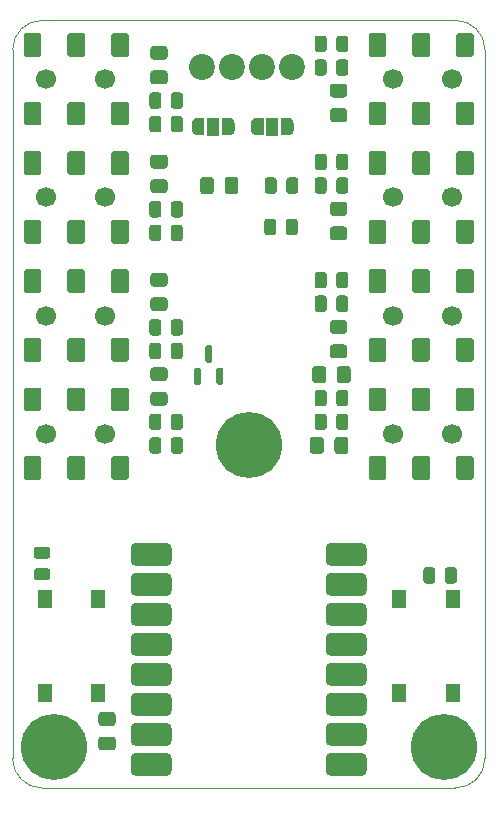
<source format=gbr>
G04 #@! TF.GenerationSoftware,KiCad,Pcbnew,6.0.10+dfsg-1~bpo11+1*
G04 #@! TF.ProjectId,project,70726f6a-6563-4742-9e6b-696361645f70,rev?*
G04 #@! TF.SameCoordinates,Original*
G04 #@! TF.FileFunction,Soldermask,Top*
G04 #@! TF.FilePolarity,Negative*
%FSLAX46Y46*%
G04 Gerber Fmt 4.6, Leading zero omitted, Abs format (unit mm)*
%MOMM*%
%LPD*%
G01*
G04 APERTURE LIST*
G04 #@! TA.AperFunction,Profile*
%ADD10C,0.100000*%
G04 #@! TD*
%ADD11C,5.600000*%
%ADD12C,1.700000*%
%ADD13R,1.300000X1.550000*%
%ADD14R,1.000000X1.500000*%
%ADD15C,2.200000*%
G04 APERTURE END LIST*
D10*
X167262500Y-129537500D02*
X167262500Y-69537500D01*
X164762500Y-67037500D02*
X129762500Y-67037500D01*
X164762500Y-132037500D02*
G75*
G03*
X167262500Y-129537500I0J2500000D01*
G01*
X127262500Y-129537500D02*
G75*
G03*
X129762500Y-132037500I2500000J0D01*
G01*
X167262500Y-69537500D02*
G75*
G03*
X164762500Y-67037500I-2500000J0D01*
G01*
X164762500Y-132037500D02*
X129762500Y-132037500D01*
X127262500Y-69537500D02*
X127262500Y-129537500D01*
X129762500Y-67037500D02*
G75*
G03*
X127262500Y-69537500I0J-2500000D01*
G01*
G36*
G01*
X155687500Y-102562500D02*
X155687500Y-103512500D01*
G75*
G02*
X155437500Y-103762500I-250000J0D01*
G01*
X154762500Y-103762500D01*
G75*
G02*
X154512500Y-103512500I0J250000D01*
G01*
X154512500Y-102562500D01*
G75*
G02*
X154762500Y-102312500I250000J0D01*
G01*
X155437500Y-102312500D01*
G75*
G02*
X155687500Y-102562500I0J-250000D01*
G01*
G37*
G36*
G01*
X153612500Y-102562500D02*
X153612500Y-103512500D01*
G75*
G02*
X153362500Y-103762500I-250000J0D01*
G01*
X152687500Y-103762500D01*
G75*
G02*
X152437500Y-103512500I0J250000D01*
G01*
X152437500Y-102562500D01*
G75*
G02*
X152687500Y-102312500I250000J0D01*
G01*
X153362500Y-102312500D01*
G75*
G02*
X153612500Y-102562500I0J-250000D01*
G01*
G37*
G36*
G01*
X129312500Y-111612500D02*
X130212500Y-111612500D01*
G75*
G02*
X130462500Y-111862500I0J-250000D01*
G01*
X130462500Y-112387500D01*
G75*
G02*
X130212500Y-112637500I-250000J0D01*
G01*
X129312500Y-112637500D01*
G75*
G02*
X129062500Y-112387500I0J250000D01*
G01*
X129062500Y-111862500D01*
G75*
G02*
X129312500Y-111612500I250000J0D01*
G01*
G37*
G36*
G01*
X129312500Y-113437500D02*
X130212500Y-113437500D01*
G75*
G02*
X130462500Y-113687500I0J-250000D01*
G01*
X130462500Y-114212500D01*
G75*
G02*
X130212500Y-114462500I-250000J0D01*
G01*
X129312500Y-114462500D01*
G75*
G02*
X129062500Y-114212500I0J250000D01*
G01*
X129062500Y-113687500D01*
G75*
G02*
X129312500Y-113437500I250000J0D01*
G01*
G37*
G36*
G01*
X134787500Y-125612500D02*
X135737500Y-125612500D01*
G75*
G02*
X135987500Y-125862500I0J-250000D01*
G01*
X135987500Y-126537500D01*
G75*
G02*
X135737500Y-126787500I-250000J0D01*
G01*
X134787500Y-126787500D01*
G75*
G02*
X134537500Y-126537500I0J250000D01*
G01*
X134537500Y-125862500D01*
G75*
G02*
X134787500Y-125612500I250000J0D01*
G01*
G37*
G36*
G01*
X134787500Y-127687500D02*
X135737500Y-127687500D01*
G75*
G02*
X135987500Y-127937500I0J-250000D01*
G01*
X135987500Y-128612500D01*
G75*
G02*
X135737500Y-128862500I-250000J0D01*
G01*
X134787500Y-128862500D01*
G75*
G02*
X134537500Y-128612500I0J250000D01*
G01*
X134537500Y-127937500D01*
G75*
G02*
X134787500Y-127687500I250000J0D01*
G01*
G37*
G36*
G01*
X138837500Y-93487500D02*
X138837500Y-92587500D01*
G75*
G02*
X139087500Y-92337500I250000J0D01*
G01*
X139612500Y-92337500D01*
G75*
G02*
X139862500Y-92587500I0J-250000D01*
G01*
X139862500Y-93487500D01*
G75*
G02*
X139612500Y-93737500I-250000J0D01*
G01*
X139087500Y-93737500D01*
G75*
G02*
X138837500Y-93487500I0J250000D01*
G01*
G37*
G36*
G01*
X140662500Y-93487500D02*
X140662500Y-92587500D01*
G75*
G02*
X140912500Y-92337500I250000J0D01*
G01*
X141437500Y-92337500D01*
G75*
G02*
X141687500Y-92587500I0J-250000D01*
G01*
X141687500Y-93487500D01*
G75*
G02*
X141437500Y-93737500I-250000J0D01*
G01*
X140912500Y-93737500D01*
G75*
G02*
X140662500Y-93487500I0J250000D01*
G01*
G37*
G36*
G01*
X155687500Y-100587500D02*
X155687500Y-101487500D01*
G75*
G02*
X155437500Y-101737500I-250000J0D01*
G01*
X154912500Y-101737500D01*
G75*
G02*
X154662500Y-101487500I0J250000D01*
G01*
X154662500Y-100587500D01*
G75*
G02*
X154912500Y-100337500I250000J0D01*
G01*
X155437500Y-100337500D01*
G75*
G02*
X155687500Y-100587500I0J-250000D01*
G01*
G37*
G36*
G01*
X153862500Y-100587500D02*
X153862500Y-101487500D01*
G75*
G02*
X153612500Y-101737500I-250000J0D01*
G01*
X153087500Y-101737500D01*
G75*
G02*
X152837500Y-101487500I0J250000D01*
G01*
X152837500Y-100587500D01*
G75*
G02*
X153087500Y-100337500I250000J0D01*
G01*
X153612500Y-100337500D01*
G75*
G02*
X153862500Y-100587500I0J-250000D01*
G01*
G37*
G36*
G01*
X138837500Y-95487500D02*
X138837500Y-94587500D01*
G75*
G02*
X139087500Y-94337500I250000J0D01*
G01*
X139612500Y-94337500D01*
G75*
G02*
X139862500Y-94587500I0J-250000D01*
G01*
X139862500Y-95487500D01*
G75*
G02*
X139612500Y-95737500I-250000J0D01*
G01*
X139087500Y-95737500D01*
G75*
G02*
X138837500Y-95487500I0J250000D01*
G01*
G37*
G36*
G01*
X140662500Y-95487500D02*
X140662500Y-94587500D01*
G75*
G02*
X140912500Y-94337500I250000J0D01*
G01*
X141437500Y-94337500D01*
G75*
G02*
X141687500Y-94587500I0J-250000D01*
G01*
X141687500Y-95487500D01*
G75*
G02*
X141437500Y-95737500I-250000J0D01*
G01*
X140912500Y-95737500D01*
G75*
G02*
X140662500Y-95487500I0J250000D01*
G01*
G37*
G36*
G01*
X155687500Y-70587500D02*
X155687500Y-71487500D01*
G75*
G02*
X155437500Y-71737500I-250000J0D01*
G01*
X154912500Y-71737500D01*
G75*
G02*
X154662500Y-71487500I0J250000D01*
G01*
X154662500Y-70587500D01*
G75*
G02*
X154912500Y-70337500I250000J0D01*
G01*
X155437500Y-70337500D01*
G75*
G02*
X155687500Y-70587500I0J-250000D01*
G01*
G37*
G36*
G01*
X153862500Y-70587500D02*
X153862500Y-71487500D01*
G75*
G02*
X153612500Y-71737500I-250000J0D01*
G01*
X153087500Y-71737500D01*
G75*
G02*
X152837500Y-71487500I0J250000D01*
G01*
X152837500Y-70587500D01*
G75*
G02*
X153087500Y-70337500I250000J0D01*
G01*
X153612500Y-70337500D01*
G75*
G02*
X153862500Y-70587500I0J-250000D01*
G01*
G37*
G36*
G01*
X154387500Y-82412500D02*
X155337500Y-82412500D01*
G75*
G02*
X155587500Y-82662500I0J-250000D01*
G01*
X155587500Y-83337500D01*
G75*
G02*
X155337500Y-83587500I-250000J0D01*
G01*
X154387500Y-83587500D01*
G75*
G02*
X154137500Y-83337500I0J250000D01*
G01*
X154137500Y-82662500D01*
G75*
G02*
X154387500Y-82412500I250000J0D01*
G01*
G37*
G36*
G01*
X154387500Y-84487500D02*
X155337500Y-84487500D01*
G75*
G02*
X155587500Y-84737500I0J-250000D01*
G01*
X155587500Y-85412500D01*
G75*
G02*
X155337500Y-85662500I-250000J0D01*
G01*
X154387500Y-85662500D01*
G75*
G02*
X154137500Y-85412500I0J250000D01*
G01*
X154137500Y-84737500D01*
G75*
G02*
X154387500Y-84487500I250000J0D01*
G01*
G37*
D11*
X163762500Y-128537500D03*
G36*
G01*
X138837500Y-85487500D02*
X138837500Y-84587500D01*
G75*
G02*
X139087500Y-84337500I250000J0D01*
G01*
X139612500Y-84337500D01*
G75*
G02*
X139862500Y-84587500I0J-250000D01*
G01*
X139862500Y-85487500D01*
G75*
G02*
X139612500Y-85737500I-250000J0D01*
G01*
X139087500Y-85737500D01*
G75*
G02*
X138837500Y-85487500I0J250000D01*
G01*
G37*
G36*
G01*
X140662500Y-85487500D02*
X140662500Y-84587500D01*
G75*
G02*
X140912500Y-84337500I250000J0D01*
G01*
X141437500Y-84337500D01*
G75*
G02*
X141687500Y-84587500I0J-250000D01*
G01*
X141687500Y-85487500D01*
G75*
G02*
X141437500Y-85737500I-250000J0D01*
G01*
X140912500Y-85737500D01*
G75*
G02*
X140662500Y-85487500I0J250000D01*
G01*
G37*
G36*
G01*
X157262500Y-129537500D02*
X157262500Y-130537500D01*
G75*
G02*
X156762500Y-131037500I-500000J0D01*
G01*
X154262500Y-131037500D01*
G75*
G02*
X153762500Y-130537500I0J500000D01*
G01*
X153762500Y-129537500D01*
G75*
G02*
X154262500Y-129037500I500000J0D01*
G01*
X156762500Y-129037500D01*
G75*
G02*
X157262500Y-129537500I0J-500000D01*
G01*
G37*
G36*
G01*
X157262500Y-126997500D02*
X157262500Y-127997500D01*
G75*
G02*
X156762500Y-128497500I-500000J0D01*
G01*
X154262500Y-128497500D01*
G75*
G02*
X153762500Y-127997500I0J500000D01*
G01*
X153762500Y-126997500D01*
G75*
G02*
X154262500Y-126497500I500000J0D01*
G01*
X156762500Y-126497500D01*
G75*
G02*
X157262500Y-126997500I0J-500000D01*
G01*
G37*
G36*
G01*
X157262500Y-124457500D02*
X157262500Y-125457500D01*
G75*
G02*
X156762500Y-125957500I-500000J0D01*
G01*
X154262500Y-125957500D01*
G75*
G02*
X153762500Y-125457500I0J500000D01*
G01*
X153762500Y-124457500D01*
G75*
G02*
X154262500Y-123957500I500000J0D01*
G01*
X156762500Y-123957500D01*
G75*
G02*
X157262500Y-124457500I0J-500000D01*
G01*
G37*
G36*
G01*
X157262500Y-121917500D02*
X157262500Y-122917500D01*
G75*
G02*
X156762500Y-123417500I-500000J0D01*
G01*
X154262500Y-123417500D01*
G75*
G02*
X153762500Y-122917500I0J500000D01*
G01*
X153762500Y-121917500D01*
G75*
G02*
X154262500Y-121417500I500000J0D01*
G01*
X156762500Y-121417500D01*
G75*
G02*
X157262500Y-121917500I0J-500000D01*
G01*
G37*
G36*
G01*
X157262500Y-119377500D02*
X157262500Y-120377500D01*
G75*
G02*
X156762500Y-120877500I-500000J0D01*
G01*
X154262500Y-120877500D01*
G75*
G02*
X153762500Y-120377500I0J500000D01*
G01*
X153762500Y-119377500D01*
G75*
G02*
X154262500Y-118877500I500000J0D01*
G01*
X156762500Y-118877500D01*
G75*
G02*
X157262500Y-119377500I0J-500000D01*
G01*
G37*
G36*
G01*
X157262500Y-116837500D02*
X157262500Y-117837500D01*
G75*
G02*
X156762500Y-118337500I-500000J0D01*
G01*
X154262500Y-118337500D01*
G75*
G02*
X153762500Y-117837500I0J500000D01*
G01*
X153762500Y-116837500D01*
G75*
G02*
X154262500Y-116337500I500000J0D01*
G01*
X156762500Y-116337500D01*
G75*
G02*
X157262500Y-116837500I0J-500000D01*
G01*
G37*
G36*
G01*
X157262500Y-114297500D02*
X157262500Y-115297500D01*
G75*
G02*
X156762500Y-115797500I-500000J0D01*
G01*
X154262500Y-115797500D01*
G75*
G02*
X153762500Y-115297500I0J500000D01*
G01*
X153762500Y-114297500D01*
G75*
G02*
X154262500Y-113797500I500000J0D01*
G01*
X156762500Y-113797500D01*
G75*
G02*
X157262500Y-114297500I0J-500000D01*
G01*
G37*
G36*
G01*
X157262500Y-111757500D02*
X157262500Y-112757500D01*
G75*
G02*
X156762500Y-113257500I-500000J0D01*
G01*
X154262500Y-113257500D01*
G75*
G02*
X153762500Y-112757500I0J500000D01*
G01*
X153762500Y-111757500D01*
G75*
G02*
X154262500Y-111257500I500000J0D01*
G01*
X156762500Y-111257500D01*
G75*
G02*
X157262500Y-111757500I0J-500000D01*
G01*
G37*
G36*
G01*
X140752500Y-111757500D02*
X140752500Y-112757500D01*
G75*
G02*
X140252500Y-113257500I-500000J0D01*
G01*
X137752500Y-113257500D01*
G75*
G02*
X137252500Y-112757500I0J500000D01*
G01*
X137252500Y-111757500D01*
G75*
G02*
X137752500Y-111257500I500000J0D01*
G01*
X140252500Y-111257500D01*
G75*
G02*
X140752500Y-111757500I0J-500000D01*
G01*
G37*
G36*
G01*
X140752500Y-114297500D02*
X140752500Y-115297500D01*
G75*
G02*
X140252500Y-115797500I-500000J0D01*
G01*
X137752500Y-115797500D01*
G75*
G02*
X137252500Y-115297500I0J500000D01*
G01*
X137252500Y-114297500D01*
G75*
G02*
X137752500Y-113797500I500000J0D01*
G01*
X140252500Y-113797500D01*
G75*
G02*
X140752500Y-114297500I0J-500000D01*
G01*
G37*
G36*
G01*
X140752500Y-116837500D02*
X140752500Y-117837500D01*
G75*
G02*
X140252500Y-118337500I-500000J0D01*
G01*
X137752500Y-118337500D01*
G75*
G02*
X137252500Y-117837500I0J500000D01*
G01*
X137252500Y-116837500D01*
G75*
G02*
X137752500Y-116337500I500000J0D01*
G01*
X140252500Y-116337500D01*
G75*
G02*
X140752500Y-116837500I0J-500000D01*
G01*
G37*
G36*
G01*
X140752500Y-119377500D02*
X140752500Y-120377500D01*
G75*
G02*
X140252500Y-120877500I-500000J0D01*
G01*
X137752500Y-120877500D01*
G75*
G02*
X137252500Y-120377500I0J500000D01*
G01*
X137252500Y-119377500D01*
G75*
G02*
X137752500Y-118877500I500000J0D01*
G01*
X140252500Y-118877500D01*
G75*
G02*
X140752500Y-119377500I0J-500000D01*
G01*
G37*
G36*
G01*
X140752500Y-121917500D02*
X140752500Y-122917500D01*
G75*
G02*
X140252500Y-123417500I-500000J0D01*
G01*
X137752500Y-123417500D01*
G75*
G02*
X137252500Y-122917500I0J500000D01*
G01*
X137252500Y-121917500D01*
G75*
G02*
X137752500Y-121417500I500000J0D01*
G01*
X140252500Y-121417500D01*
G75*
G02*
X140752500Y-121917500I0J-500000D01*
G01*
G37*
G36*
G01*
X140752500Y-124457500D02*
X140752500Y-125457500D01*
G75*
G02*
X140252500Y-125957500I-500000J0D01*
G01*
X137752500Y-125957500D01*
G75*
G02*
X137252500Y-125457500I0J500000D01*
G01*
X137252500Y-124457500D01*
G75*
G02*
X137752500Y-123957500I500000J0D01*
G01*
X140252500Y-123957500D01*
G75*
G02*
X140752500Y-124457500I0J-500000D01*
G01*
G37*
G36*
G01*
X140752500Y-126997500D02*
X140752500Y-127997500D01*
G75*
G02*
X140252500Y-128497500I-500000J0D01*
G01*
X137752500Y-128497500D01*
G75*
G02*
X137252500Y-127997500I0J500000D01*
G01*
X137252500Y-126997500D01*
G75*
G02*
X137752500Y-126497500I500000J0D01*
G01*
X140252500Y-126497500D01*
G75*
G02*
X140752500Y-126997500I0J-500000D01*
G01*
G37*
G36*
G01*
X140752500Y-129537500D02*
X140752500Y-130537500D01*
G75*
G02*
X140252500Y-131037500I-500000J0D01*
G01*
X137752500Y-131037500D01*
G75*
G02*
X137252500Y-130537500I0J500000D01*
G01*
X137252500Y-129537500D01*
G75*
G02*
X137752500Y-129037500I500000J0D01*
G01*
X140252500Y-129037500D01*
G75*
G02*
X140752500Y-129537500I0J-500000D01*
G01*
G37*
G36*
G01*
X155687500Y-88587500D02*
X155687500Y-89487500D01*
G75*
G02*
X155437500Y-89737500I-250000J0D01*
G01*
X154912500Y-89737500D01*
G75*
G02*
X154662500Y-89487500I0J250000D01*
G01*
X154662500Y-88587500D01*
G75*
G02*
X154912500Y-88337500I250000J0D01*
G01*
X155437500Y-88337500D01*
G75*
G02*
X155687500Y-88587500I0J-250000D01*
G01*
G37*
G36*
G01*
X153862500Y-88587500D02*
X153862500Y-89487500D01*
G75*
G02*
X153612500Y-89737500I-250000J0D01*
G01*
X153087500Y-89737500D01*
G75*
G02*
X152837500Y-89487500I0J250000D01*
G01*
X152837500Y-88587500D01*
G75*
G02*
X153087500Y-88337500I250000J0D01*
G01*
X153612500Y-88337500D01*
G75*
G02*
X153862500Y-88587500I0J-250000D01*
G01*
G37*
G36*
G01*
X138837500Y-101487500D02*
X138837500Y-100587500D01*
G75*
G02*
X139087500Y-100337500I250000J0D01*
G01*
X139612500Y-100337500D01*
G75*
G02*
X139862500Y-100587500I0J-250000D01*
G01*
X139862500Y-101487500D01*
G75*
G02*
X139612500Y-101737500I-250000J0D01*
G01*
X139087500Y-101737500D01*
G75*
G02*
X138837500Y-101487500I0J250000D01*
G01*
G37*
G36*
G01*
X140662500Y-101487500D02*
X140662500Y-100587500D01*
G75*
G02*
X140912500Y-100337500I250000J0D01*
G01*
X141437500Y-100337500D01*
G75*
G02*
X141687500Y-100587500I0J-250000D01*
G01*
X141687500Y-101487500D01*
G75*
G02*
X141437500Y-101737500I-250000J0D01*
G01*
X140912500Y-101737500D01*
G75*
G02*
X140662500Y-101487500I0J250000D01*
G01*
G37*
G36*
G01*
X155687500Y-80587500D02*
X155687500Y-81487500D01*
G75*
G02*
X155437500Y-81737500I-250000J0D01*
G01*
X154912500Y-81737500D01*
G75*
G02*
X154662500Y-81487500I0J250000D01*
G01*
X154662500Y-80587500D01*
G75*
G02*
X154912500Y-80337500I250000J0D01*
G01*
X155437500Y-80337500D01*
G75*
G02*
X155687500Y-80587500I0J-250000D01*
G01*
G37*
G36*
G01*
X153862500Y-80587500D02*
X153862500Y-81487500D01*
G75*
G02*
X153612500Y-81737500I-250000J0D01*
G01*
X153087500Y-81737500D01*
G75*
G02*
X152837500Y-81487500I0J250000D01*
G01*
X152837500Y-80587500D01*
G75*
G02*
X153087500Y-80337500I250000J0D01*
G01*
X153612500Y-80337500D01*
G75*
G02*
X153862500Y-80587500I0J-250000D01*
G01*
G37*
D12*
X164462500Y-92037500D03*
X159462500Y-92037500D03*
G36*
G01*
X161262500Y-93937500D02*
X162462500Y-93937500D01*
G75*
G02*
X162612500Y-94087500I0J-150000D01*
G01*
X162612500Y-95787500D01*
G75*
G02*
X162462500Y-95937500I-150000J0D01*
G01*
X161262500Y-95937500D01*
G75*
G02*
X161112500Y-95787500I0J150000D01*
G01*
X161112500Y-94087500D01*
G75*
G02*
X161262500Y-93937500I150000J0D01*
G01*
G37*
G36*
G01*
X157562500Y-93937500D02*
X158762500Y-93937500D01*
G75*
G02*
X158912500Y-94087500I0J-150000D01*
G01*
X158912500Y-95787500D01*
G75*
G02*
X158762500Y-95937500I-150000J0D01*
G01*
X157562500Y-95937500D01*
G75*
G02*
X157412500Y-95787500I0J150000D01*
G01*
X157412500Y-94087500D01*
G75*
G02*
X157562500Y-93937500I150000J0D01*
G01*
G37*
G36*
G01*
X164962500Y-88137500D02*
X166162500Y-88137500D01*
G75*
G02*
X166312500Y-88287500I0J-150000D01*
G01*
X166312500Y-89987500D01*
G75*
G02*
X166162500Y-90137500I-150000J0D01*
G01*
X164962500Y-90137500D01*
G75*
G02*
X164812500Y-89987500I0J150000D01*
G01*
X164812500Y-88287500D01*
G75*
G02*
X164962500Y-88137500I150000J0D01*
G01*
G37*
G36*
G01*
X164962500Y-93937500D02*
X166162500Y-93937500D01*
G75*
G02*
X166312500Y-94087500I0J-150000D01*
G01*
X166312500Y-95787500D01*
G75*
G02*
X166162500Y-95937500I-150000J0D01*
G01*
X164962500Y-95937500D01*
G75*
G02*
X164812500Y-95787500I0J150000D01*
G01*
X164812500Y-94087500D01*
G75*
G02*
X164962500Y-93937500I150000J0D01*
G01*
G37*
G36*
G01*
X161262500Y-88137500D02*
X162462500Y-88137500D01*
G75*
G02*
X162612500Y-88287500I0J-150000D01*
G01*
X162612500Y-89987500D01*
G75*
G02*
X162462500Y-90137500I-150000J0D01*
G01*
X161262500Y-90137500D01*
G75*
G02*
X161112500Y-89987500I0J150000D01*
G01*
X161112500Y-88287500D01*
G75*
G02*
X161262500Y-88137500I150000J0D01*
G01*
G37*
G36*
G01*
X157562500Y-88137500D02*
X158762500Y-88137500D01*
G75*
G02*
X158912500Y-88287500I0J-150000D01*
G01*
X158912500Y-89987500D01*
G75*
G02*
X158762500Y-90137500I-150000J0D01*
G01*
X157562500Y-90137500D01*
G75*
G02*
X157412500Y-89987500I0J150000D01*
G01*
X157412500Y-88287500D01*
G75*
G02*
X157562500Y-88137500I150000J0D01*
G01*
G37*
X135062500Y-82037500D03*
X130062500Y-82037500D03*
G36*
G01*
X133262500Y-80137500D02*
X132062500Y-80137500D01*
G75*
G02*
X131912500Y-79987500I0J150000D01*
G01*
X131912500Y-78287500D01*
G75*
G02*
X132062500Y-78137500I150000J0D01*
G01*
X133262500Y-78137500D01*
G75*
G02*
X133412500Y-78287500I0J-150000D01*
G01*
X133412500Y-79987500D01*
G75*
G02*
X133262500Y-80137500I-150000J0D01*
G01*
G37*
G36*
G01*
X136962500Y-80137500D02*
X135762500Y-80137500D01*
G75*
G02*
X135612500Y-79987500I0J150000D01*
G01*
X135612500Y-78287500D01*
G75*
G02*
X135762500Y-78137500I150000J0D01*
G01*
X136962500Y-78137500D01*
G75*
G02*
X137112500Y-78287500I0J-150000D01*
G01*
X137112500Y-79987500D01*
G75*
G02*
X136962500Y-80137500I-150000J0D01*
G01*
G37*
G36*
G01*
X129562500Y-85937500D02*
X128362500Y-85937500D01*
G75*
G02*
X128212500Y-85787500I0J150000D01*
G01*
X128212500Y-84087500D01*
G75*
G02*
X128362500Y-83937500I150000J0D01*
G01*
X129562500Y-83937500D01*
G75*
G02*
X129712500Y-84087500I0J-150000D01*
G01*
X129712500Y-85787500D01*
G75*
G02*
X129562500Y-85937500I-150000J0D01*
G01*
G37*
G36*
G01*
X129562500Y-80137500D02*
X128362500Y-80137500D01*
G75*
G02*
X128212500Y-79987500I0J150000D01*
G01*
X128212500Y-78287500D01*
G75*
G02*
X128362500Y-78137500I150000J0D01*
G01*
X129562500Y-78137500D01*
G75*
G02*
X129712500Y-78287500I0J-150000D01*
G01*
X129712500Y-79987500D01*
G75*
G02*
X129562500Y-80137500I-150000J0D01*
G01*
G37*
G36*
G01*
X133262500Y-85937500D02*
X132062500Y-85937500D01*
G75*
G02*
X131912500Y-85787500I0J150000D01*
G01*
X131912500Y-84087500D01*
G75*
G02*
X132062500Y-83937500I150000J0D01*
G01*
X133262500Y-83937500D01*
G75*
G02*
X133412500Y-84087500I0J-150000D01*
G01*
X133412500Y-85787500D01*
G75*
G02*
X133262500Y-85937500I-150000J0D01*
G01*
G37*
G36*
G01*
X136962500Y-85937500D02*
X135762500Y-85937500D01*
G75*
G02*
X135612500Y-85787500I0J150000D01*
G01*
X135612500Y-84087500D01*
G75*
G02*
X135762500Y-83937500I150000J0D01*
G01*
X136962500Y-83937500D01*
G75*
G02*
X137112500Y-84087500I0J-150000D01*
G01*
X137112500Y-85787500D01*
G75*
G02*
X136962500Y-85937500I-150000J0D01*
G01*
G37*
X164462500Y-72037500D03*
X159462500Y-72037500D03*
G36*
G01*
X161262500Y-73937500D02*
X162462500Y-73937500D01*
G75*
G02*
X162612500Y-74087500I0J-150000D01*
G01*
X162612500Y-75787500D01*
G75*
G02*
X162462500Y-75937500I-150000J0D01*
G01*
X161262500Y-75937500D01*
G75*
G02*
X161112500Y-75787500I0J150000D01*
G01*
X161112500Y-74087500D01*
G75*
G02*
X161262500Y-73937500I150000J0D01*
G01*
G37*
G36*
G01*
X157562500Y-73937500D02*
X158762500Y-73937500D01*
G75*
G02*
X158912500Y-74087500I0J-150000D01*
G01*
X158912500Y-75787500D01*
G75*
G02*
X158762500Y-75937500I-150000J0D01*
G01*
X157562500Y-75937500D01*
G75*
G02*
X157412500Y-75787500I0J150000D01*
G01*
X157412500Y-74087500D01*
G75*
G02*
X157562500Y-73937500I150000J0D01*
G01*
G37*
G36*
G01*
X164962500Y-68137500D02*
X166162500Y-68137500D01*
G75*
G02*
X166312500Y-68287500I0J-150000D01*
G01*
X166312500Y-69987500D01*
G75*
G02*
X166162500Y-70137500I-150000J0D01*
G01*
X164962500Y-70137500D01*
G75*
G02*
X164812500Y-69987500I0J150000D01*
G01*
X164812500Y-68287500D01*
G75*
G02*
X164962500Y-68137500I150000J0D01*
G01*
G37*
G36*
G01*
X164962500Y-73937500D02*
X166162500Y-73937500D01*
G75*
G02*
X166312500Y-74087500I0J-150000D01*
G01*
X166312500Y-75787500D01*
G75*
G02*
X166162500Y-75937500I-150000J0D01*
G01*
X164962500Y-75937500D01*
G75*
G02*
X164812500Y-75787500I0J150000D01*
G01*
X164812500Y-74087500D01*
G75*
G02*
X164962500Y-73937500I150000J0D01*
G01*
G37*
G36*
G01*
X161262500Y-68137500D02*
X162462500Y-68137500D01*
G75*
G02*
X162612500Y-68287500I0J-150000D01*
G01*
X162612500Y-69987500D01*
G75*
G02*
X162462500Y-70137500I-150000J0D01*
G01*
X161262500Y-70137500D01*
G75*
G02*
X161112500Y-69987500I0J150000D01*
G01*
X161112500Y-68287500D01*
G75*
G02*
X161262500Y-68137500I150000J0D01*
G01*
G37*
G36*
G01*
X157562500Y-68137500D02*
X158762500Y-68137500D01*
G75*
G02*
X158912500Y-68287500I0J-150000D01*
G01*
X158912500Y-69987500D01*
G75*
G02*
X158762500Y-70137500I-150000J0D01*
G01*
X157562500Y-70137500D01*
G75*
G02*
X157412500Y-69987500I0J150000D01*
G01*
X157412500Y-68287500D01*
G75*
G02*
X157562500Y-68137500I150000J0D01*
G01*
G37*
D11*
X130762500Y-128537500D03*
G36*
G01*
X162037500Y-114487500D02*
X162037500Y-113587500D01*
G75*
G02*
X162287500Y-113337500I250000J0D01*
G01*
X162812500Y-113337500D01*
G75*
G02*
X163062500Y-113587500I0J-250000D01*
G01*
X163062500Y-114487500D01*
G75*
G02*
X162812500Y-114737500I-250000J0D01*
G01*
X162287500Y-114737500D01*
G75*
G02*
X162037500Y-114487500I0J250000D01*
G01*
G37*
G36*
G01*
X163862500Y-114487500D02*
X163862500Y-113587500D01*
G75*
G02*
X164112500Y-113337500I250000J0D01*
G01*
X164637500Y-113337500D01*
G75*
G02*
X164887500Y-113587500I0J-250000D01*
G01*
X164887500Y-114487500D01*
G75*
G02*
X164637500Y-114737500I-250000J0D01*
G01*
X164112500Y-114737500D01*
G75*
G02*
X163862500Y-114487500I0J250000D01*
G01*
G37*
G36*
G01*
X155687500Y-78587500D02*
X155687500Y-79487500D01*
G75*
G02*
X155437500Y-79737500I-250000J0D01*
G01*
X154912500Y-79737500D01*
G75*
G02*
X154662500Y-79487500I0J250000D01*
G01*
X154662500Y-78587500D01*
G75*
G02*
X154912500Y-78337500I250000J0D01*
G01*
X155437500Y-78337500D01*
G75*
G02*
X155687500Y-78587500I0J-250000D01*
G01*
G37*
G36*
G01*
X153862500Y-78587500D02*
X153862500Y-79487500D01*
G75*
G02*
X153612500Y-79737500I-250000J0D01*
G01*
X153087500Y-79737500D01*
G75*
G02*
X152837500Y-79487500I0J250000D01*
G01*
X152837500Y-78587500D01*
G75*
G02*
X153087500Y-78337500I250000J0D01*
G01*
X153612500Y-78337500D01*
G75*
G02*
X153862500Y-78587500I0J-250000D01*
G01*
G37*
G36*
G01*
X140137500Y-91662500D02*
X139187500Y-91662500D01*
G75*
G02*
X138937500Y-91412500I0J250000D01*
G01*
X138937500Y-90737500D01*
G75*
G02*
X139187500Y-90487500I250000J0D01*
G01*
X140137500Y-90487500D01*
G75*
G02*
X140387500Y-90737500I0J-250000D01*
G01*
X140387500Y-91412500D01*
G75*
G02*
X140137500Y-91662500I-250000J0D01*
G01*
G37*
G36*
G01*
X140137500Y-89587500D02*
X139187500Y-89587500D01*
G75*
G02*
X138937500Y-89337500I0J250000D01*
G01*
X138937500Y-88662500D01*
G75*
G02*
X139187500Y-88412500I250000J0D01*
G01*
X140137500Y-88412500D01*
G75*
G02*
X140387500Y-88662500I0J-250000D01*
G01*
X140387500Y-89337500D01*
G75*
G02*
X140137500Y-89587500I-250000J0D01*
G01*
G37*
G36*
G01*
X140137500Y-81662500D02*
X139187500Y-81662500D01*
G75*
G02*
X138937500Y-81412500I0J250000D01*
G01*
X138937500Y-80737500D01*
G75*
G02*
X139187500Y-80487500I250000J0D01*
G01*
X140137500Y-80487500D01*
G75*
G02*
X140387500Y-80737500I0J-250000D01*
G01*
X140387500Y-81412500D01*
G75*
G02*
X140137500Y-81662500I-250000J0D01*
G01*
G37*
G36*
G01*
X140137500Y-79587500D02*
X139187500Y-79587500D01*
G75*
G02*
X138937500Y-79337500I0J250000D01*
G01*
X138937500Y-78662500D01*
G75*
G02*
X139187500Y-78412500I250000J0D01*
G01*
X140137500Y-78412500D01*
G75*
G02*
X140387500Y-78662500I0J-250000D01*
G01*
X140387500Y-79337500D01*
G75*
G02*
X140137500Y-79587500I-250000J0D01*
G01*
G37*
D13*
X130012500Y-116057500D03*
X130012500Y-124017500D03*
X134512500Y-124017500D03*
X134512500Y-116057500D03*
G36*
G01*
X154387500Y-92412500D02*
X155337500Y-92412500D01*
G75*
G02*
X155587500Y-92662500I0J-250000D01*
G01*
X155587500Y-93337500D01*
G75*
G02*
X155337500Y-93587500I-250000J0D01*
G01*
X154387500Y-93587500D01*
G75*
G02*
X154137500Y-93337500I0J250000D01*
G01*
X154137500Y-92662500D01*
G75*
G02*
X154387500Y-92412500I250000J0D01*
G01*
G37*
G36*
G01*
X154387500Y-94487500D02*
X155337500Y-94487500D01*
G75*
G02*
X155587500Y-94737500I0J-250000D01*
G01*
X155587500Y-95412500D01*
G75*
G02*
X155337500Y-95662500I-250000J0D01*
G01*
X154387500Y-95662500D01*
G75*
G02*
X154137500Y-95412500I0J250000D01*
G01*
X154137500Y-94737500D01*
G75*
G02*
X154387500Y-94487500I250000J0D01*
G01*
G37*
X164512500Y-116057500D03*
X164512500Y-124017500D03*
X160012500Y-124017500D03*
X160012500Y-116057500D03*
G36*
G01*
X140137500Y-72462500D02*
X139187500Y-72462500D01*
G75*
G02*
X138937500Y-72212500I0J250000D01*
G01*
X138937500Y-71537500D01*
G75*
G02*
X139187500Y-71287500I250000J0D01*
G01*
X140137500Y-71287500D01*
G75*
G02*
X140387500Y-71537500I0J-250000D01*
G01*
X140387500Y-72212500D01*
G75*
G02*
X140137500Y-72462500I-250000J0D01*
G01*
G37*
G36*
G01*
X140137500Y-70387500D02*
X139187500Y-70387500D01*
G75*
G02*
X138937500Y-70137500I0J250000D01*
G01*
X138937500Y-69462500D01*
G75*
G02*
X139187500Y-69212500I250000J0D01*
G01*
X140137500Y-69212500D01*
G75*
G02*
X140387500Y-69462500I0J-250000D01*
G01*
X140387500Y-70137500D01*
G75*
G02*
X140137500Y-70387500I-250000J0D01*
G01*
G37*
D12*
X159462500Y-102037500D03*
X164462500Y-102037500D03*
G36*
G01*
X161262500Y-103937500D02*
X162462500Y-103937500D01*
G75*
G02*
X162612500Y-104087500I0J-150000D01*
G01*
X162612500Y-105787500D01*
G75*
G02*
X162462500Y-105937500I-150000J0D01*
G01*
X161262500Y-105937500D01*
G75*
G02*
X161112500Y-105787500I0J150000D01*
G01*
X161112500Y-104087500D01*
G75*
G02*
X161262500Y-103937500I150000J0D01*
G01*
G37*
G36*
G01*
X157562500Y-103937500D02*
X158762500Y-103937500D01*
G75*
G02*
X158912500Y-104087500I0J-150000D01*
G01*
X158912500Y-105787500D01*
G75*
G02*
X158762500Y-105937500I-150000J0D01*
G01*
X157562500Y-105937500D01*
G75*
G02*
X157412500Y-105787500I0J150000D01*
G01*
X157412500Y-104087500D01*
G75*
G02*
X157562500Y-103937500I150000J0D01*
G01*
G37*
G36*
G01*
X164962500Y-98137500D02*
X166162500Y-98137500D01*
G75*
G02*
X166312500Y-98287500I0J-150000D01*
G01*
X166312500Y-99987500D01*
G75*
G02*
X166162500Y-100137500I-150000J0D01*
G01*
X164962500Y-100137500D01*
G75*
G02*
X164812500Y-99987500I0J150000D01*
G01*
X164812500Y-98287500D01*
G75*
G02*
X164962500Y-98137500I150000J0D01*
G01*
G37*
G36*
G01*
X164962500Y-103937500D02*
X166162500Y-103937500D01*
G75*
G02*
X166312500Y-104087500I0J-150000D01*
G01*
X166312500Y-105787500D01*
G75*
G02*
X166162500Y-105937500I-150000J0D01*
G01*
X164962500Y-105937500D01*
G75*
G02*
X164812500Y-105787500I0J150000D01*
G01*
X164812500Y-104087500D01*
G75*
G02*
X164962500Y-103937500I150000J0D01*
G01*
G37*
G36*
G01*
X161262500Y-98137500D02*
X162462500Y-98137500D01*
G75*
G02*
X162612500Y-98287500I0J-150000D01*
G01*
X162612500Y-99987500D01*
G75*
G02*
X162462500Y-100137500I-150000J0D01*
G01*
X161262500Y-100137500D01*
G75*
G02*
X161112500Y-99987500I0J150000D01*
G01*
X161112500Y-98287500D01*
G75*
G02*
X161262500Y-98137500I150000J0D01*
G01*
G37*
G36*
G01*
X157562500Y-98137500D02*
X158762500Y-98137500D01*
G75*
G02*
X158912500Y-98287500I0J-150000D01*
G01*
X158912500Y-99987500D01*
G75*
G02*
X158762500Y-100137500I-150000J0D01*
G01*
X157562500Y-100137500D01*
G75*
G02*
X157412500Y-99987500I0J150000D01*
G01*
X157412500Y-98287500D01*
G75*
G02*
X157562500Y-98137500I150000J0D01*
G01*
G37*
G36*
G01*
X143062500Y-97912500D02*
X142762500Y-97912500D01*
G75*
G02*
X142612500Y-97762500I0J150000D01*
G01*
X142612500Y-96587500D01*
G75*
G02*
X142762500Y-96437500I150000J0D01*
G01*
X143062500Y-96437500D01*
G75*
G02*
X143212500Y-96587500I0J-150000D01*
G01*
X143212500Y-97762500D01*
G75*
G02*
X143062500Y-97912500I-150000J0D01*
G01*
G37*
G36*
G01*
X144962500Y-97912500D02*
X144662500Y-97912500D01*
G75*
G02*
X144512500Y-97762500I0J150000D01*
G01*
X144512500Y-96587500D01*
G75*
G02*
X144662500Y-96437500I150000J0D01*
G01*
X144962500Y-96437500D01*
G75*
G02*
X145112500Y-96587500I0J-150000D01*
G01*
X145112500Y-97762500D01*
G75*
G02*
X144962500Y-97912500I-150000J0D01*
G01*
G37*
G36*
G01*
X144012500Y-96037500D02*
X143712500Y-96037500D01*
G75*
G02*
X143562500Y-95887500I0J150000D01*
G01*
X143562500Y-94712500D01*
G75*
G02*
X143712500Y-94562500I150000J0D01*
G01*
X144012500Y-94562500D01*
G75*
G02*
X144162500Y-94712500I0J-150000D01*
G01*
X144162500Y-95887500D01*
G75*
G02*
X144012500Y-96037500I-150000J0D01*
G01*
G37*
G36*
G01*
X151460436Y-80587500D02*
X151460436Y-81487500D01*
G75*
G02*
X151210436Y-81737500I-250000J0D01*
G01*
X150685436Y-81737500D01*
G75*
G02*
X150435436Y-81487500I0J250000D01*
G01*
X150435436Y-80587500D01*
G75*
G02*
X150685436Y-80337500I250000J0D01*
G01*
X151210436Y-80337500D01*
G75*
G02*
X151460436Y-80587500I0J-250000D01*
G01*
G37*
G36*
G01*
X149635436Y-80587500D02*
X149635436Y-81487500D01*
G75*
G02*
X149385436Y-81737500I-250000J0D01*
G01*
X148860436Y-81737500D01*
G75*
G02*
X148610436Y-81487500I0J250000D01*
G01*
X148610436Y-80587500D01*
G75*
G02*
X148860436Y-80337500I250000J0D01*
G01*
X149385436Y-80337500D01*
G75*
G02*
X149635436Y-80587500I0J-250000D01*
G01*
G37*
G36*
G01*
X155687500Y-98587500D02*
X155687500Y-99487500D01*
G75*
G02*
X155437500Y-99737500I-250000J0D01*
G01*
X154912500Y-99737500D01*
G75*
G02*
X154662500Y-99487500I0J250000D01*
G01*
X154662500Y-98587500D01*
G75*
G02*
X154912500Y-98337500I250000J0D01*
G01*
X155437500Y-98337500D01*
G75*
G02*
X155687500Y-98587500I0J-250000D01*
G01*
G37*
G36*
G01*
X153862500Y-98587500D02*
X153862500Y-99487500D01*
G75*
G02*
X153612500Y-99737500I-250000J0D01*
G01*
X153087500Y-99737500D01*
G75*
G02*
X152837500Y-99487500I0J250000D01*
G01*
X152837500Y-98587500D01*
G75*
G02*
X153087500Y-98337500I250000J0D01*
G01*
X153612500Y-98337500D01*
G75*
G02*
X153862500Y-98587500I0J-250000D01*
G01*
G37*
X130062500Y-102037500D03*
X135062500Y-102037500D03*
G36*
G01*
X133262500Y-100137500D02*
X132062500Y-100137500D01*
G75*
G02*
X131912500Y-99987500I0J150000D01*
G01*
X131912500Y-98287500D01*
G75*
G02*
X132062500Y-98137500I150000J0D01*
G01*
X133262500Y-98137500D01*
G75*
G02*
X133412500Y-98287500I0J-150000D01*
G01*
X133412500Y-99987500D01*
G75*
G02*
X133262500Y-100137500I-150000J0D01*
G01*
G37*
G36*
G01*
X136962500Y-100137500D02*
X135762500Y-100137500D01*
G75*
G02*
X135612500Y-99987500I0J150000D01*
G01*
X135612500Y-98287500D01*
G75*
G02*
X135762500Y-98137500I150000J0D01*
G01*
X136962500Y-98137500D01*
G75*
G02*
X137112500Y-98287500I0J-150000D01*
G01*
X137112500Y-99987500D01*
G75*
G02*
X136962500Y-100137500I-150000J0D01*
G01*
G37*
G36*
G01*
X129562500Y-105937500D02*
X128362500Y-105937500D01*
G75*
G02*
X128212500Y-105787500I0J150000D01*
G01*
X128212500Y-104087500D01*
G75*
G02*
X128362500Y-103937500I150000J0D01*
G01*
X129562500Y-103937500D01*
G75*
G02*
X129712500Y-104087500I0J-150000D01*
G01*
X129712500Y-105787500D01*
G75*
G02*
X129562500Y-105937500I-150000J0D01*
G01*
G37*
G36*
G01*
X129562500Y-100137500D02*
X128362500Y-100137500D01*
G75*
G02*
X128212500Y-99987500I0J150000D01*
G01*
X128212500Y-98287500D01*
G75*
G02*
X128362500Y-98137500I150000J0D01*
G01*
X129562500Y-98137500D01*
G75*
G02*
X129712500Y-98287500I0J-150000D01*
G01*
X129712500Y-99987500D01*
G75*
G02*
X129562500Y-100137500I-150000J0D01*
G01*
G37*
G36*
G01*
X133262500Y-105937500D02*
X132062500Y-105937500D01*
G75*
G02*
X131912500Y-105787500I0J150000D01*
G01*
X131912500Y-104087500D01*
G75*
G02*
X132062500Y-103937500I150000J0D01*
G01*
X133262500Y-103937500D01*
G75*
G02*
X133412500Y-104087500I0J-150000D01*
G01*
X133412500Y-105787500D01*
G75*
G02*
X133262500Y-105937500I-150000J0D01*
G01*
G37*
G36*
G01*
X136962500Y-105937500D02*
X135762500Y-105937500D01*
G75*
G02*
X135612500Y-105787500I0J150000D01*
G01*
X135612500Y-104087500D01*
G75*
G02*
X135762500Y-103937500I150000J0D01*
G01*
X136962500Y-103937500D01*
G75*
G02*
X137112500Y-104087500I0J-150000D01*
G01*
X137112500Y-105787500D01*
G75*
G02*
X136962500Y-105937500I-150000J0D01*
G01*
G37*
X164462500Y-82037500D03*
X159462500Y-82037500D03*
G36*
G01*
X161262500Y-83937500D02*
X162462500Y-83937500D01*
G75*
G02*
X162612500Y-84087500I0J-150000D01*
G01*
X162612500Y-85787500D01*
G75*
G02*
X162462500Y-85937500I-150000J0D01*
G01*
X161262500Y-85937500D01*
G75*
G02*
X161112500Y-85787500I0J150000D01*
G01*
X161112500Y-84087500D01*
G75*
G02*
X161262500Y-83937500I150000J0D01*
G01*
G37*
G36*
G01*
X157562500Y-83937500D02*
X158762500Y-83937500D01*
G75*
G02*
X158912500Y-84087500I0J-150000D01*
G01*
X158912500Y-85787500D01*
G75*
G02*
X158762500Y-85937500I-150000J0D01*
G01*
X157562500Y-85937500D01*
G75*
G02*
X157412500Y-85787500I0J150000D01*
G01*
X157412500Y-84087500D01*
G75*
G02*
X157562500Y-83937500I150000J0D01*
G01*
G37*
G36*
G01*
X164962500Y-78137500D02*
X166162500Y-78137500D01*
G75*
G02*
X166312500Y-78287500I0J-150000D01*
G01*
X166312500Y-79987500D01*
G75*
G02*
X166162500Y-80137500I-150000J0D01*
G01*
X164962500Y-80137500D01*
G75*
G02*
X164812500Y-79987500I0J150000D01*
G01*
X164812500Y-78287500D01*
G75*
G02*
X164962500Y-78137500I150000J0D01*
G01*
G37*
G36*
G01*
X164962500Y-83937500D02*
X166162500Y-83937500D01*
G75*
G02*
X166312500Y-84087500I0J-150000D01*
G01*
X166312500Y-85787500D01*
G75*
G02*
X166162500Y-85937500I-150000J0D01*
G01*
X164962500Y-85937500D01*
G75*
G02*
X164812500Y-85787500I0J150000D01*
G01*
X164812500Y-84087500D01*
G75*
G02*
X164962500Y-83937500I150000J0D01*
G01*
G37*
G36*
G01*
X161262500Y-78137500D02*
X162462500Y-78137500D01*
G75*
G02*
X162612500Y-78287500I0J-150000D01*
G01*
X162612500Y-79987500D01*
G75*
G02*
X162462500Y-80137500I-150000J0D01*
G01*
X161262500Y-80137500D01*
G75*
G02*
X161112500Y-79987500I0J150000D01*
G01*
X161112500Y-78287500D01*
G75*
G02*
X161262500Y-78137500I150000J0D01*
G01*
G37*
G36*
G01*
X157562500Y-78137500D02*
X158762500Y-78137500D01*
G75*
G02*
X158912500Y-78287500I0J-150000D01*
G01*
X158912500Y-79987500D01*
G75*
G02*
X158762500Y-80137500I-150000J0D01*
G01*
X157562500Y-80137500D01*
G75*
G02*
X157412500Y-79987500I0J150000D01*
G01*
X157412500Y-78287500D01*
G75*
G02*
X157562500Y-78137500I150000J0D01*
G01*
G37*
G36*
G01*
X155687500Y-90587500D02*
X155687500Y-91487500D01*
G75*
G02*
X155437500Y-91737500I-250000J0D01*
G01*
X154912500Y-91737500D01*
G75*
G02*
X154662500Y-91487500I0J250000D01*
G01*
X154662500Y-90587500D01*
G75*
G02*
X154912500Y-90337500I250000J0D01*
G01*
X155437500Y-90337500D01*
G75*
G02*
X155687500Y-90587500I0J-250000D01*
G01*
G37*
G36*
G01*
X153862500Y-90587500D02*
X153862500Y-91487500D01*
G75*
G02*
X153612500Y-91737500I-250000J0D01*
G01*
X153087500Y-91737500D01*
G75*
G02*
X152837500Y-91487500I0J250000D01*
G01*
X152837500Y-90587500D01*
G75*
G02*
X153087500Y-90337500I250000J0D01*
G01*
X153612500Y-90337500D01*
G75*
G02*
X153862500Y-90587500I0J-250000D01*
G01*
G37*
G36*
G01*
X138837500Y-76287500D02*
X138837500Y-75387500D01*
G75*
G02*
X139087500Y-75137500I250000J0D01*
G01*
X139612500Y-75137500D01*
G75*
G02*
X139862500Y-75387500I0J-250000D01*
G01*
X139862500Y-76287500D01*
G75*
G02*
X139612500Y-76537500I-250000J0D01*
G01*
X139087500Y-76537500D01*
G75*
G02*
X138837500Y-76287500I0J250000D01*
G01*
G37*
G36*
G01*
X140662500Y-76287500D02*
X140662500Y-75387500D01*
G75*
G02*
X140912500Y-75137500I250000J0D01*
G01*
X141437500Y-75137500D01*
G75*
G02*
X141687500Y-75387500I0J-250000D01*
G01*
X141687500Y-76287500D01*
G75*
G02*
X141437500Y-76537500I-250000J0D01*
G01*
X140912500Y-76537500D01*
G75*
G02*
X140662500Y-76287500I0J250000D01*
G01*
G37*
D11*
X147262500Y-103037500D03*
G36*
X150012500Y-75287500D02*
G01*
X150562500Y-75287500D01*
X150562500Y-75292467D01*
X150642441Y-75293932D01*
X150777756Y-75336207D01*
X150895766Y-75414762D01*
X150986986Y-75523281D01*
X151044081Y-75653040D01*
X151061664Y-75787500D01*
X151062500Y-75787500D01*
X151062500Y-76287500D01*
X151061664Y-76287500D01*
X151062463Y-76293609D01*
X151040652Y-76433686D01*
X150980404Y-76562011D01*
X150886560Y-76668269D01*
X150766665Y-76743917D01*
X150630358Y-76782874D01*
X150562500Y-76782459D01*
X150562500Y-76787500D01*
X150012500Y-76787500D01*
X150012500Y-75287500D01*
G37*
D14*
X149262500Y-76037500D03*
G36*
X147962500Y-76782459D02*
G01*
X147888595Y-76782008D01*
X147752774Y-76741389D01*
X147633812Y-76664282D01*
X147541274Y-76556885D01*
X147482597Y-76427833D01*
X147462500Y-76287500D01*
X147462500Y-75787500D01*
X147462649Y-75775284D01*
X147486169Y-75635483D01*
X147547981Y-75507904D01*
X147643116Y-75402800D01*
X147763926Y-75328623D01*
X147900699Y-75291334D01*
X147962500Y-75292467D01*
X147962500Y-75287500D01*
X148512500Y-75287500D01*
X148512500Y-76787500D01*
X147962500Y-76787500D01*
X147962500Y-76782459D01*
G37*
D12*
X135062500Y-92037500D03*
X130062500Y-92037500D03*
G36*
G01*
X133262500Y-90137500D02*
X132062500Y-90137500D01*
G75*
G02*
X131912500Y-89987500I0J150000D01*
G01*
X131912500Y-88287500D01*
G75*
G02*
X132062500Y-88137500I150000J0D01*
G01*
X133262500Y-88137500D01*
G75*
G02*
X133412500Y-88287500I0J-150000D01*
G01*
X133412500Y-89987500D01*
G75*
G02*
X133262500Y-90137500I-150000J0D01*
G01*
G37*
G36*
G01*
X136962500Y-90137500D02*
X135762500Y-90137500D01*
G75*
G02*
X135612500Y-89987500I0J150000D01*
G01*
X135612500Y-88287500D01*
G75*
G02*
X135762500Y-88137500I150000J0D01*
G01*
X136962500Y-88137500D01*
G75*
G02*
X137112500Y-88287500I0J-150000D01*
G01*
X137112500Y-89987500D01*
G75*
G02*
X136962500Y-90137500I-150000J0D01*
G01*
G37*
G36*
G01*
X129562500Y-95937500D02*
X128362500Y-95937500D01*
G75*
G02*
X128212500Y-95787500I0J150000D01*
G01*
X128212500Y-94087500D01*
G75*
G02*
X128362500Y-93937500I150000J0D01*
G01*
X129562500Y-93937500D01*
G75*
G02*
X129712500Y-94087500I0J-150000D01*
G01*
X129712500Y-95787500D01*
G75*
G02*
X129562500Y-95937500I-150000J0D01*
G01*
G37*
G36*
G01*
X129562500Y-90137500D02*
X128362500Y-90137500D01*
G75*
G02*
X128212500Y-89987500I0J150000D01*
G01*
X128212500Y-88287500D01*
G75*
G02*
X128362500Y-88137500I150000J0D01*
G01*
X129562500Y-88137500D01*
G75*
G02*
X129712500Y-88287500I0J-150000D01*
G01*
X129712500Y-89987500D01*
G75*
G02*
X129562500Y-90137500I-150000J0D01*
G01*
G37*
G36*
G01*
X133262500Y-95937500D02*
X132062500Y-95937500D01*
G75*
G02*
X131912500Y-95787500I0J150000D01*
G01*
X131912500Y-94087500D01*
G75*
G02*
X132062500Y-93937500I150000J0D01*
G01*
X133262500Y-93937500D01*
G75*
G02*
X133412500Y-94087500I0J-150000D01*
G01*
X133412500Y-95787500D01*
G75*
G02*
X133262500Y-95937500I-150000J0D01*
G01*
G37*
G36*
G01*
X136962500Y-95937500D02*
X135762500Y-95937500D01*
G75*
G02*
X135612500Y-95787500I0J150000D01*
G01*
X135612500Y-94087500D01*
G75*
G02*
X135762500Y-93937500I150000J0D01*
G01*
X136962500Y-93937500D01*
G75*
G02*
X137112500Y-94087500I0J-150000D01*
G01*
X137112500Y-95787500D01*
G75*
G02*
X136962500Y-95937500I-150000J0D01*
G01*
G37*
G36*
G01*
X154387500Y-72412500D02*
X155337500Y-72412500D01*
G75*
G02*
X155587500Y-72662500I0J-250000D01*
G01*
X155587500Y-73337500D01*
G75*
G02*
X155337500Y-73587500I-250000J0D01*
G01*
X154387500Y-73587500D01*
G75*
G02*
X154137500Y-73337500I0J250000D01*
G01*
X154137500Y-72662500D01*
G75*
G02*
X154387500Y-72412500I250000J0D01*
G01*
G37*
G36*
G01*
X154387500Y-74487500D02*
X155337500Y-74487500D01*
G75*
G02*
X155587500Y-74737500I0J-250000D01*
G01*
X155587500Y-75412500D01*
G75*
G02*
X155337500Y-75662500I-250000J0D01*
G01*
X154387500Y-75662500D01*
G75*
G02*
X154137500Y-75412500I0J250000D01*
G01*
X154137500Y-74737500D01*
G75*
G02*
X154387500Y-74487500I250000J0D01*
G01*
G37*
X130062500Y-72037500D03*
X135062500Y-72037500D03*
G36*
G01*
X133262500Y-70137500D02*
X132062500Y-70137500D01*
G75*
G02*
X131912500Y-69987500I0J150000D01*
G01*
X131912500Y-68287500D01*
G75*
G02*
X132062500Y-68137500I150000J0D01*
G01*
X133262500Y-68137500D01*
G75*
G02*
X133412500Y-68287500I0J-150000D01*
G01*
X133412500Y-69987500D01*
G75*
G02*
X133262500Y-70137500I-150000J0D01*
G01*
G37*
G36*
G01*
X136962500Y-70137500D02*
X135762500Y-70137500D01*
G75*
G02*
X135612500Y-69987500I0J150000D01*
G01*
X135612500Y-68287500D01*
G75*
G02*
X135762500Y-68137500I150000J0D01*
G01*
X136962500Y-68137500D01*
G75*
G02*
X137112500Y-68287500I0J-150000D01*
G01*
X137112500Y-69987500D01*
G75*
G02*
X136962500Y-70137500I-150000J0D01*
G01*
G37*
G36*
G01*
X129562500Y-75937500D02*
X128362500Y-75937500D01*
G75*
G02*
X128212500Y-75787500I0J150000D01*
G01*
X128212500Y-74087500D01*
G75*
G02*
X128362500Y-73937500I150000J0D01*
G01*
X129562500Y-73937500D01*
G75*
G02*
X129712500Y-74087500I0J-150000D01*
G01*
X129712500Y-75787500D01*
G75*
G02*
X129562500Y-75937500I-150000J0D01*
G01*
G37*
G36*
G01*
X129562500Y-70137500D02*
X128362500Y-70137500D01*
G75*
G02*
X128212500Y-69987500I0J150000D01*
G01*
X128212500Y-68287500D01*
G75*
G02*
X128362500Y-68137500I150000J0D01*
G01*
X129562500Y-68137500D01*
G75*
G02*
X129712500Y-68287500I0J-150000D01*
G01*
X129712500Y-69987500D01*
G75*
G02*
X129562500Y-70137500I-150000J0D01*
G01*
G37*
G36*
G01*
X133262500Y-75937500D02*
X132062500Y-75937500D01*
G75*
G02*
X131912500Y-75787500I0J150000D01*
G01*
X131912500Y-74087500D01*
G75*
G02*
X132062500Y-73937500I150000J0D01*
G01*
X133262500Y-73937500D01*
G75*
G02*
X133412500Y-74087500I0J-150000D01*
G01*
X133412500Y-75787500D01*
G75*
G02*
X133262500Y-75937500I-150000J0D01*
G01*
G37*
G36*
G01*
X136962500Y-75937500D02*
X135762500Y-75937500D01*
G75*
G02*
X135612500Y-75787500I0J150000D01*
G01*
X135612500Y-74087500D01*
G75*
G02*
X135762500Y-73937500I150000J0D01*
G01*
X136962500Y-73937500D01*
G75*
G02*
X137112500Y-74087500I0J-150000D01*
G01*
X137112500Y-75787500D01*
G75*
G02*
X136962500Y-75937500I-150000J0D01*
G01*
G37*
G36*
G01*
X151414564Y-84087500D02*
X151414564Y-84987500D01*
G75*
G02*
X151164564Y-85237500I-250000J0D01*
G01*
X150639564Y-85237500D01*
G75*
G02*
X150389564Y-84987500I0J250000D01*
G01*
X150389564Y-84087500D01*
G75*
G02*
X150639564Y-83837500I250000J0D01*
G01*
X151164564Y-83837500D01*
G75*
G02*
X151414564Y-84087500I0J-250000D01*
G01*
G37*
G36*
G01*
X149589564Y-84087500D02*
X149589564Y-84987500D01*
G75*
G02*
X149339564Y-85237500I-250000J0D01*
G01*
X148814564Y-85237500D01*
G75*
G02*
X148564564Y-84987500I0J250000D01*
G01*
X148564564Y-84087500D01*
G75*
G02*
X148814564Y-83837500I250000J0D01*
G01*
X149339564Y-83837500D01*
G75*
G02*
X149589564Y-84087500I0J-250000D01*
G01*
G37*
D15*
X143262500Y-71005500D03*
X145802500Y-71005500D03*
X148342500Y-71005500D03*
X150882500Y-71005500D03*
G36*
G01*
X143137500Y-81512500D02*
X143137500Y-80562500D01*
G75*
G02*
X143387500Y-80312500I250000J0D01*
G01*
X144062500Y-80312500D01*
G75*
G02*
X144312500Y-80562500I0J-250000D01*
G01*
X144312500Y-81512500D01*
G75*
G02*
X144062500Y-81762500I-250000J0D01*
G01*
X143387500Y-81762500D01*
G75*
G02*
X143137500Y-81512500I0J250000D01*
G01*
G37*
G36*
G01*
X145212500Y-81512500D02*
X145212500Y-80562500D01*
G75*
G02*
X145462500Y-80312500I250000J0D01*
G01*
X146137500Y-80312500D01*
G75*
G02*
X146387500Y-80562500I0J-250000D01*
G01*
X146387500Y-81512500D01*
G75*
G02*
X146137500Y-81762500I-250000J0D01*
G01*
X145462500Y-81762500D01*
G75*
G02*
X145212500Y-81512500I0J250000D01*
G01*
G37*
G36*
G01*
X140137500Y-99662500D02*
X139187500Y-99662500D01*
G75*
G02*
X138937500Y-99412500I0J250000D01*
G01*
X138937500Y-98737500D01*
G75*
G02*
X139187500Y-98487500I250000J0D01*
G01*
X140137500Y-98487500D01*
G75*
G02*
X140387500Y-98737500I0J-250000D01*
G01*
X140387500Y-99412500D01*
G75*
G02*
X140137500Y-99662500I-250000J0D01*
G01*
G37*
G36*
G01*
X140137500Y-97587500D02*
X139187500Y-97587500D01*
G75*
G02*
X138937500Y-97337500I0J250000D01*
G01*
X138937500Y-96662500D01*
G75*
G02*
X139187500Y-96412500I250000J0D01*
G01*
X140137500Y-96412500D01*
G75*
G02*
X140387500Y-96662500I0J-250000D01*
G01*
X140387500Y-97337500D01*
G75*
G02*
X140137500Y-97587500I-250000J0D01*
G01*
G37*
G36*
G01*
X152637500Y-97512500D02*
X152637500Y-96562500D01*
G75*
G02*
X152887500Y-96312500I250000J0D01*
G01*
X153562500Y-96312500D01*
G75*
G02*
X153812500Y-96562500I0J-250000D01*
G01*
X153812500Y-97512500D01*
G75*
G02*
X153562500Y-97762500I-250000J0D01*
G01*
X152887500Y-97762500D01*
G75*
G02*
X152637500Y-97512500I0J250000D01*
G01*
G37*
G36*
G01*
X154712500Y-97512500D02*
X154712500Y-96562500D01*
G75*
G02*
X154962500Y-96312500I250000J0D01*
G01*
X155637500Y-96312500D01*
G75*
G02*
X155887500Y-96562500I0J-250000D01*
G01*
X155887500Y-97512500D01*
G75*
G02*
X155637500Y-97762500I-250000J0D01*
G01*
X154962500Y-97762500D01*
G75*
G02*
X154712500Y-97512500I0J250000D01*
G01*
G37*
G36*
G01*
X138837500Y-83487500D02*
X138837500Y-82587500D01*
G75*
G02*
X139087500Y-82337500I250000J0D01*
G01*
X139612500Y-82337500D01*
G75*
G02*
X139862500Y-82587500I0J-250000D01*
G01*
X139862500Y-83487500D01*
G75*
G02*
X139612500Y-83737500I-250000J0D01*
G01*
X139087500Y-83737500D01*
G75*
G02*
X138837500Y-83487500I0J250000D01*
G01*
G37*
G36*
G01*
X140662500Y-83487500D02*
X140662500Y-82587500D01*
G75*
G02*
X140912500Y-82337500I250000J0D01*
G01*
X141437500Y-82337500D01*
G75*
G02*
X141687500Y-82587500I0J-250000D01*
G01*
X141687500Y-83487500D01*
G75*
G02*
X141437500Y-83737500I-250000J0D01*
G01*
X140912500Y-83737500D01*
G75*
G02*
X140662500Y-83487500I0J250000D01*
G01*
G37*
G36*
X145012500Y-75287500D02*
G01*
X145562500Y-75287500D01*
X145562500Y-75292467D01*
X145642441Y-75293932D01*
X145777756Y-75336207D01*
X145895766Y-75414762D01*
X145986986Y-75523281D01*
X146044081Y-75653040D01*
X146061664Y-75787500D01*
X146062500Y-75787500D01*
X146062500Y-76287500D01*
X146061664Y-76287500D01*
X146062463Y-76293609D01*
X146040652Y-76433686D01*
X145980404Y-76562011D01*
X145886560Y-76668269D01*
X145766665Y-76743917D01*
X145630358Y-76782874D01*
X145562500Y-76782459D01*
X145562500Y-76787500D01*
X145012500Y-76787500D01*
X145012500Y-75287500D01*
G37*
D14*
X144262500Y-76037500D03*
G36*
X142962500Y-76782459D02*
G01*
X142888595Y-76782008D01*
X142752774Y-76741389D01*
X142633812Y-76664282D01*
X142541274Y-76556885D01*
X142482597Y-76427833D01*
X142462500Y-76287500D01*
X142462500Y-75787500D01*
X142462649Y-75775284D01*
X142486169Y-75635483D01*
X142547981Y-75507904D01*
X142643116Y-75402800D01*
X142763926Y-75328623D01*
X142900699Y-75291334D01*
X142962500Y-75292467D01*
X142962500Y-75287500D01*
X143512500Y-75287500D01*
X143512500Y-76787500D01*
X142962500Y-76787500D01*
X142962500Y-76782459D01*
G37*
G36*
G01*
X155687500Y-68587500D02*
X155687500Y-69487500D01*
G75*
G02*
X155437500Y-69737500I-250000J0D01*
G01*
X154912500Y-69737500D01*
G75*
G02*
X154662500Y-69487500I0J250000D01*
G01*
X154662500Y-68587500D01*
G75*
G02*
X154912500Y-68337500I250000J0D01*
G01*
X155437500Y-68337500D01*
G75*
G02*
X155687500Y-68587500I0J-250000D01*
G01*
G37*
G36*
G01*
X153862500Y-68587500D02*
X153862500Y-69487500D01*
G75*
G02*
X153612500Y-69737500I-250000J0D01*
G01*
X153087500Y-69737500D01*
G75*
G02*
X152837500Y-69487500I0J250000D01*
G01*
X152837500Y-68587500D01*
G75*
G02*
X153087500Y-68337500I250000J0D01*
G01*
X153612500Y-68337500D01*
G75*
G02*
X153862500Y-68587500I0J-250000D01*
G01*
G37*
G36*
G01*
X138837500Y-74287500D02*
X138837500Y-73387500D01*
G75*
G02*
X139087500Y-73137500I250000J0D01*
G01*
X139612500Y-73137500D01*
G75*
G02*
X139862500Y-73387500I0J-250000D01*
G01*
X139862500Y-74287500D01*
G75*
G02*
X139612500Y-74537500I-250000J0D01*
G01*
X139087500Y-74537500D01*
G75*
G02*
X138837500Y-74287500I0J250000D01*
G01*
G37*
G36*
G01*
X140662500Y-74287500D02*
X140662500Y-73387500D01*
G75*
G02*
X140912500Y-73137500I250000J0D01*
G01*
X141437500Y-73137500D01*
G75*
G02*
X141687500Y-73387500I0J-250000D01*
G01*
X141687500Y-74287500D01*
G75*
G02*
X141437500Y-74537500I-250000J0D01*
G01*
X140912500Y-74537500D01*
G75*
G02*
X140662500Y-74287500I0J250000D01*
G01*
G37*
G36*
G01*
X138837500Y-103487500D02*
X138837500Y-102587500D01*
G75*
G02*
X139087500Y-102337500I250000J0D01*
G01*
X139612500Y-102337500D01*
G75*
G02*
X139862500Y-102587500I0J-250000D01*
G01*
X139862500Y-103487500D01*
G75*
G02*
X139612500Y-103737500I-250000J0D01*
G01*
X139087500Y-103737500D01*
G75*
G02*
X138837500Y-103487500I0J250000D01*
G01*
G37*
G36*
G01*
X140662500Y-103487500D02*
X140662500Y-102587500D01*
G75*
G02*
X140912500Y-102337500I250000J0D01*
G01*
X141437500Y-102337500D01*
G75*
G02*
X141687500Y-102587500I0J-250000D01*
G01*
X141687500Y-103487500D01*
G75*
G02*
X141437500Y-103737500I-250000J0D01*
G01*
X140912500Y-103737500D01*
G75*
G02*
X140662500Y-103487500I0J250000D01*
G01*
G37*
M02*

</source>
